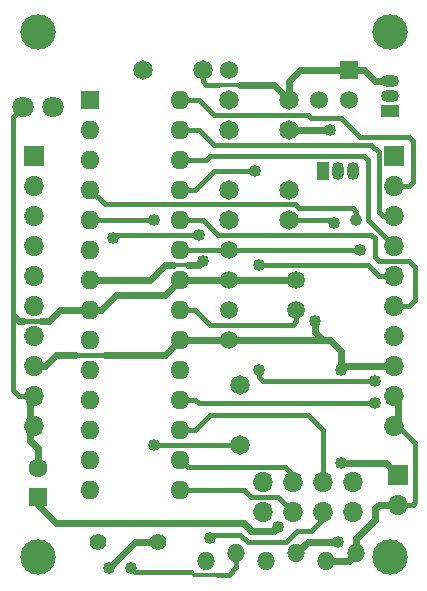
<source format=gbr>
%TF.GenerationSoftware,KiCad,Pcbnew,(5.1.6)-1*%
%TF.CreationDate,2022-03-13T12:34:37-03:00*%
%TF.ProjectId,nRF24L01_Arduino_v2,6e524632-344c-4303-915f-41726475696e,rev?*%
%TF.SameCoordinates,Original*%
%TF.FileFunction,Copper,L2,Bot*%
%TF.FilePolarity,Positive*%
%FSLAX46Y46*%
G04 Gerber Fmt 4.6, Leading zero omitted, Abs format (unit mm)*
G04 Created by KiCad (PCBNEW (5.1.6)-1) date 2022-03-13 12:34:37*
%MOMM*%
%LPD*%
G01*
G04 APERTURE LIST*
%TA.AperFunction,ComponentPad*%
%ADD10O,1.050000X1.500000*%
%TD*%
%TA.AperFunction,ComponentPad*%
%ADD11R,1.050000X1.500000*%
%TD*%
%TA.AperFunction,ComponentPad*%
%ADD12O,1.500000X1.050000*%
%TD*%
%TA.AperFunction,ComponentPad*%
%ADD13R,1.500000X1.050000*%
%TD*%
%TA.AperFunction,ComponentPad*%
%ADD14R,1.700000X1.700000*%
%TD*%
%TA.AperFunction,ComponentPad*%
%ADD15O,1.700000X1.700000*%
%TD*%
%TA.AperFunction,ComponentPad*%
%ADD16C,1.651000*%
%TD*%
%TA.AperFunction,ComponentPad*%
%ADD17R,1.600000X1.600000*%
%TD*%
%TA.AperFunction,ComponentPad*%
%ADD18O,1.600000X1.600000*%
%TD*%
%TA.AperFunction,ComponentPad*%
%ADD19C,1.500000*%
%TD*%
%TA.AperFunction,ComponentPad*%
%ADD20R,1.524000X1.524000*%
%TD*%
%TA.AperFunction,ComponentPad*%
%ADD21C,1.524000*%
%TD*%
%TA.AperFunction,ComponentPad*%
%ADD22C,3.000000*%
%TD*%
%TA.AperFunction,ComponentPad*%
%ADD23C,1.600000*%
%TD*%
%TA.AperFunction,ComponentPad*%
%ADD24C,1.800000*%
%TD*%
%TA.AperFunction,ComponentPad*%
%ADD25O,1.524000X1.524000*%
%TD*%
%TA.AperFunction,ComponentPad*%
%ADD26C,1.422400*%
%TD*%
%TA.AperFunction,ViaPad*%
%ADD27C,1.016000*%
%TD*%
%TA.AperFunction,Conductor*%
%ADD28C,0.609600*%
%TD*%
%TA.AperFunction,Conductor*%
%ADD29C,0.406400*%
%TD*%
%TA.AperFunction,Conductor*%
%ADD30C,0.304800*%
%TD*%
G04 APERTURE END LIST*
D10*
%TO.P,Q1,2*%
%TO.N,Net-(Q1-Pad2)*%
X132715000Y-109220000D03*
%TO.P,Q1,3*%
%TO.N,GND*%
X133985000Y-109220000D03*
D11*
%TO.P,Q1,1*%
%TO.N,/Out_Rele*%
X131445000Y-109220000D03*
%TD*%
D12*
%TO.P,CI3,2*%
%TO.N,/PD3*%
X137160000Y-102870000D03*
%TO.P,CI3,3*%
%TO.N,+5V*%
X137160000Y-101600000D03*
D13*
%TO.P,CI3,1*%
%TO.N,GND*%
X137160000Y-104140000D03*
%TD*%
D14*
%TO.P,P3,1*%
%TO.N,/Out_Rele*%
X137477500Y-107950000D03*
D15*
%TO.P,P3,2*%
%TO.N,/PC5*%
X137477500Y-110490000D03*
%TO.P,P3,3*%
%TO.N,/PC4*%
X137477500Y-113030000D03*
%TO.P,P3,4*%
%TO.N,/PC3*%
X137477500Y-115570000D03*
%TO.P,P3,5*%
%TO.N,/PC2*%
X137477500Y-118110000D03*
%TO.P,P3,6*%
%TO.N,/PC1*%
X137477500Y-120650000D03*
%TO.P,P3,7*%
%TO.N,/PC0*%
X137477500Y-123190000D03*
%TO.P,P3,8*%
%TO.N,+5V*%
X137477500Y-125730000D03*
%TO.P,P3,9*%
%TO.N,GND*%
X137477500Y-128270000D03*
%TO.P,P3,10*%
X137477500Y-130810000D03*
%TD*%
D16*
%TO.P,R5,2*%
%TO.N,Net-(JP1-Pad1)*%
X116205000Y-100647500D03*
%TO.P,R5,1*%
%TO.N,+5V*%
X121285000Y-100647500D03*
%TD*%
D17*
%TO.P,CI1,1*%
%TO.N,/~RST*%
X111760000Y-103187500D03*
D18*
%TO.P,CI1,15*%
%TO.N,/PB1*%
X119380000Y-136207500D03*
%TO.P,CI1,2*%
%TO.N,/RXD.Brd*%
X111760000Y-105727500D03*
%TO.P,CI1,16*%
%TO.N,/PB2*%
X119380000Y-133667500D03*
%TO.P,CI1,3*%
%TO.N,/TXD.Brd*%
X111760000Y-108267500D03*
%TO.P,CI1,17*%
%TO.N,/PB3*%
X119380000Y-131127500D03*
%TO.P,CI1,4*%
%TO.N,/PD2*%
X111760000Y-110807500D03*
%TO.P,CI1,18*%
%TO.N,/PB4*%
X119380000Y-128587500D03*
%TO.P,CI1,5*%
%TO.N,/PD3*%
X111760000Y-113347500D03*
%TO.P,CI1,19*%
%TO.N,/PB5*%
X119380000Y-126047500D03*
%TO.P,CI1,6*%
%TO.N,/PD4*%
X111760000Y-115887500D03*
%TO.P,CI1,20*%
%TO.N,+5V*%
X119380000Y-123507500D03*
%TO.P,CI1,7*%
X111760000Y-118427500D03*
%TO.P,CI1,21*%
%TO.N,Net-(C2-Pad1)*%
X119380000Y-120967500D03*
%TO.P,CI1,8*%
%TO.N,GND*%
X111760000Y-120967500D03*
%TO.P,CI1,22*%
X119380000Y-118427500D03*
%TO.P,CI1,9*%
%TO.N,/OSC1*%
X111760000Y-123507500D03*
%TO.P,CI1,23*%
%TO.N,/PC0*%
X119380000Y-115887500D03*
%TO.P,CI1,10*%
%TO.N,/OSC2*%
X111760000Y-126047500D03*
%TO.P,CI1,24*%
%TO.N,/PC1*%
X119380000Y-113347500D03*
%TO.P,CI1,11*%
%TO.N,/PD5*%
X111760000Y-128587500D03*
%TO.P,CI1,25*%
%TO.N,/PC2*%
X119380000Y-110807500D03*
%TO.P,CI1,12*%
%TO.N,/PD6*%
X111760000Y-131127500D03*
%TO.P,CI1,26*%
%TO.N,/PC3*%
X119380000Y-108267500D03*
%TO.P,CI1,13*%
%TO.N,/PD7*%
X111760000Y-133667500D03*
%TO.P,CI1,27*%
%TO.N,/PC4*%
X119380000Y-105727500D03*
%TO.P,CI1,14*%
%TO.N,/PB0*%
X111760000Y-136207500D03*
%TO.P,CI1,28*%
%TO.N,/PC5*%
X119380000Y-103187500D03*
%TD*%
D19*
%TO.P,C2,1*%
%TO.N,Net-(C2-Pad1)*%
X129222500Y-120967500D03*
%TO.P,C2,2*%
%TO.N,GND*%
X129222500Y-118427500D03*
%TD*%
D20*
%TO.P,D1,2*%
%TO.N,+5V*%
X133667500Y-100647500D03*
D21*
%TO.P,D1,1*%
%TO.N,/~RST*%
X123507500Y-100647500D03*
%TD*%
D19*
%TO.P,C7,1*%
%TO.N,/PC0*%
X123507500Y-115887500D03*
%TO.P,C7,2*%
%TO.N,GND*%
X123507500Y-118427500D03*
%TD*%
D22*
%TO.P,J4,1*%
%TO.N,Net-(J4-Pad1)*%
X137160000Y-141922500D03*
%TD*%
%TO.P,J5,1*%
%TO.N,Net-(J5-Pad1)*%
X107315000Y-97472500D03*
%TD*%
%TO.P,J6,1*%
%TO.N,Net-(J6-Pad1)*%
X137160000Y-97472500D03*
%TD*%
%TO.P,J3,1*%
%TO.N,Net-(J3-Pad1)*%
X107315000Y-141922500D03*
%TD*%
D19*
%TO.P,C5,1*%
%TO.N,+5V*%
X123507500Y-123507500D03*
%TO.P,C5,2*%
%TO.N,GND*%
X123507500Y-120967500D03*
%TD*%
D23*
%TO.P,C6,2*%
%TO.N,GND*%
X107315000Y-134342500D03*
D17*
%TO.P,C6,1*%
%TO.N,+3.3V*%
X107315000Y-136842500D03*
%TD*%
D19*
%TO.P,C8,2*%
%TO.N,GND*%
X133667500Y-103187500D03*
%TO.P,C8,1*%
%TO.N,/~RST*%
X131127500Y-103187500D03*
%TD*%
D24*
%TO.P,LD1,2*%
%TO.N,Net-(JP1-Pad1)*%
X108585000Y-103822500D03*
%TO.P,LD1,1*%
%TO.N,GND*%
X106045000Y-103822500D03*
%TD*%
D15*
%TO.P,Mod1,1*%
%TO.N,GND*%
X126365000Y-138112500D03*
%TO.P,Mod1,2*%
%TO.N,+3.3V*%
X126365000Y-135572500D03*
%TO.P,Mod1,3*%
%TO.N,/PB1*%
X128905000Y-138112500D03*
%TO.P,Mod1,4*%
%TO.N,/PB2*%
X128905000Y-135572500D03*
%TO.P,Mod1,5*%
%TO.N,/PB5*%
X131445000Y-138112500D03*
%TO.P,Mod1,6*%
%TO.N,/PB3*%
X131445000Y-135572500D03*
%TO.P,Mod1,7*%
%TO.N,/PB4*%
X133985000Y-138112500D03*
%TO.P,Mod1,8*%
%TO.N,/PD2*%
X133985000Y-135572500D03*
%TD*%
D25*
%TO.P,P1,1*%
%TO.N,/~RST*%
X121602500Y-142240000D03*
%TO.P,P1,2*%
%TO.N,/TXD.Brd*%
X124142500Y-141605000D03*
%TO.P,P1,3*%
%TO.N,/RXD.Brd*%
X126682500Y-142240000D03*
%TO.P,P1,4*%
%TO.N,+5V*%
X129222500Y-141605000D03*
%TO.P,P1,5*%
%TO.N,GND*%
X131762500Y-142240000D03*
%TO.P,P1,6*%
X134302500Y-141605000D03*
%TD*%
D15*
%TO.P,P2,10*%
%TO.N,GND*%
X106997500Y-130810000D03*
%TO.P,P2,9*%
X106997500Y-128270000D03*
%TO.P,P2,8*%
%TO.N,+5V*%
X106997500Y-125730000D03*
%TO.P,P2,7*%
%TO.N,+3.3V*%
X106997500Y-123190000D03*
%TO.P,P2,6*%
%TO.N,/PB0*%
X106997500Y-120650000D03*
%TO.P,P2,5*%
%TO.N,/PD7*%
X106997500Y-118110000D03*
%TO.P,P2,4*%
%TO.N,/PD6*%
X106997500Y-115570000D03*
%TO.P,P2,3*%
%TO.N,/PD5*%
X106997500Y-113030000D03*
%TO.P,P2,2*%
%TO.N,/PD4*%
X106997500Y-110490000D03*
D14*
%TO.P,P2,1*%
%TO.N,/PD3*%
X106997500Y-107950000D03*
%TD*%
%TO.P,P4,1*%
%TO.N,+5V*%
X137795000Y-134937500D03*
D15*
%TO.P,P4,2*%
%TO.N,GND*%
X137795000Y-137477500D03*
%TD*%
D16*
%TO.P,R4,1*%
%TO.N,+5V*%
X128587500Y-110807500D03*
%TO.P,R4,2*%
%TO.N,/PC0*%
X123507500Y-110807500D03*
%TD*%
%TO.P,R6,2*%
%TO.N,/~RST*%
X123507500Y-103187500D03*
%TO.P,R6,1*%
%TO.N,+5V*%
X128587500Y-103187500D03*
%TD*%
%TO.P,R7,1*%
%TO.N,/PC0*%
X123507500Y-105727500D03*
%TO.P,R7,2*%
%TO.N,GND*%
X128587500Y-105727500D03*
%TD*%
%TO.P,R8,1*%
%TO.N,Net-(Q1-Pad2)*%
X128587500Y-113347500D03*
%TO.P,R8,2*%
%TO.N,/PD4*%
X123507500Y-113347500D03*
%TD*%
D26*
%TO.P,X1,1*%
%TO.N,/OSC1*%
X117475000Y-140652500D03*
%TO.P,X1,2*%
%TO.N,/OSC2*%
X112395000Y-140652500D03*
%TD*%
D16*
%TO.P,R9,1*%
%TO.N,+5V*%
X124460000Y-127317500D03*
%TO.P,R9,2*%
%TO.N,/PD3*%
X124460000Y-132397500D03*
%TD*%
D27*
%TO.N,GND*%
X132080000Y-105727500D03*
%TO.N,+3.3V*%
X127635000Y-139382500D03*
%TO.N,+5V*%
X133032500Y-126047500D03*
X133032500Y-133985000D03*
X132715000Y-140652500D03*
X130810000Y-121920000D03*
X121285000Y-116840000D03*
%TO.N,/PC0*%
X134620000Y-115887500D03*
%TO.N,/TXD.Brd*%
X115252500Y-142875000D03*
%TO.N,/PD2*%
X134302500Y-113347500D03*
%TO.N,/PB4*%
X135890000Y-128905000D03*
%TO.N,/PD3*%
X117157500Y-132397500D03*
X117157500Y-113347500D03*
X126047500Y-126047500D03*
X135890000Y-127000000D03*
%TO.N,/PB5*%
X121920000Y-140335000D03*
%TO.N,/PD4*%
X113665000Y-114935000D03*
X120967500Y-114617500D03*
%TO.N,/OSC1*%
X113347500Y-142875000D03*
%TO.N,/PC2*%
X125730000Y-109220000D03*
X126047500Y-117157500D03*
%TO.N,Net-(Q1-Pad2)*%
X132397500Y-113665000D03*
%TD*%
D28*
%TO.N,GND*%
X137795000Y-128270000D02*
X137795000Y-130810000D01*
D29*
X137795000Y-130810000D02*
X139271790Y-132286790D01*
X139271790Y-132286790D02*
X139271790Y-137270710D01*
X139065000Y-137477500D02*
X137795000Y-137477500D01*
X139271790Y-137270710D02*
X139065000Y-137477500D01*
D28*
X119380000Y-118427500D02*
X129222500Y-118427500D01*
X118110000Y-119697500D02*
X119380000Y-118427500D01*
X113982500Y-119697500D02*
X118110000Y-119697500D01*
X111760000Y-120967500D02*
X112712500Y-120967500D01*
X112712500Y-120967500D02*
X113982500Y-119697500D01*
X106680000Y-128270000D02*
X106680000Y-130810000D01*
X107315000Y-134342500D02*
X107315000Y-132715000D01*
X107315000Y-132715000D02*
X106680000Y-132080000D01*
X106680000Y-132080000D02*
X106680000Y-130810000D01*
X105304810Y-121497310D02*
X105304810Y-121491790D01*
X106045000Y-121920000D02*
X105727500Y-121920000D01*
X105727500Y-121920000D02*
X105304810Y-121497310D01*
D29*
X107632500Y-121920000D02*
X106045000Y-121920000D01*
D28*
X108267500Y-121920000D02*
X107632500Y-121920000D01*
X111760000Y-120967500D02*
X109220000Y-120967500D01*
X109220000Y-120967500D02*
X108267500Y-121920000D01*
X133667500Y-142240000D02*
X134302500Y-141605000D01*
X131762500Y-142240000D02*
X133667500Y-142240000D01*
D29*
X105203210Y-127745710D02*
X105203210Y-104664290D01*
X105203210Y-104664290D02*
X106045000Y-103822500D01*
X106680000Y-128270000D02*
X105727500Y-128270000D01*
X105727500Y-128270000D02*
X105203210Y-127745710D01*
D28*
X132080000Y-105727500D02*
X128587500Y-105727500D01*
X135890000Y-137795000D02*
X136207500Y-137477500D01*
X135890000Y-138747500D02*
X135890000Y-137795000D01*
X134302500Y-141605000D02*
X134302500Y-140335000D01*
X136207500Y-137477500D02*
X137795000Y-137477500D01*
X134302500Y-140335000D02*
X135890000Y-138747500D01*
D29*
%TO.N,Net-(C2-Pad1)*%
X119380000Y-120967500D02*
X120650000Y-120967500D01*
X120650000Y-120967500D02*
X121920000Y-122237500D01*
X121920000Y-122237500D02*
X128905000Y-122237500D01*
X128905000Y-122237500D02*
X129222500Y-121920000D01*
X129222500Y-121920000D02*
X129222500Y-120967500D01*
D28*
%TO.N,+3.3V*%
X107315000Y-137477500D02*
X107315000Y-136842500D01*
X127317500Y-139700000D02*
X125412500Y-139700000D01*
X127635000Y-139382500D02*
X127317500Y-139700000D01*
X125412500Y-139700000D02*
X124777500Y-139065000D01*
X124777500Y-139065000D02*
X108902500Y-139065000D01*
X108902500Y-139065000D02*
X107315000Y-137477500D01*
D29*
%TO.N,+5V*%
X133032500Y-126047500D02*
X133350000Y-125730000D01*
D28*
X133350000Y-125730000D02*
X137795000Y-125730000D01*
X136842500Y-133985000D02*
X137795000Y-134937500D01*
X133032500Y-133985000D02*
X136842500Y-133985000D01*
X129222500Y-141605000D02*
X130175000Y-140652500D01*
X130175000Y-140652500D02*
X132715000Y-140652500D01*
X132715000Y-140652500D02*
X132715000Y-140652500D01*
X119380000Y-123507500D02*
X123507500Y-123507500D01*
X132080000Y-123507500D02*
X133032500Y-124460000D01*
X133032500Y-124460000D02*
X133032500Y-126047500D01*
D30*
X122555000Y-101917500D02*
X124460000Y-101917500D01*
D28*
X127317500Y-101917500D02*
X128587500Y-103187500D01*
X124460000Y-101917500D02*
X127317500Y-101917500D01*
X128587500Y-103187500D02*
X128587500Y-101600000D01*
X128587500Y-101600000D02*
X129540000Y-100647500D01*
X129540000Y-100647500D02*
X133667500Y-100647500D01*
X130810000Y-122872500D02*
X131445000Y-123507500D01*
X130810000Y-121920000D02*
X130810000Y-122872500D01*
X123507500Y-123507500D02*
X131445000Y-123507500D01*
X131445000Y-123507500D02*
X132080000Y-123507500D01*
X106680000Y-125730000D02*
X107950000Y-125730000D01*
X107950000Y-125730000D02*
X108902500Y-124777500D01*
X108902500Y-124777500D02*
X110490000Y-124777500D01*
D29*
X110490000Y-124777500D02*
X113030000Y-124777500D01*
D28*
X118110000Y-124777500D02*
X119380000Y-123507500D01*
X113030000Y-124777500D02*
X118110000Y-124777500D01*
X111760000Y-118427500D02*
X116840000Y-118427500D01*
X116840000Y-118427500D02*
X118110000Y-117157500D01*
X118110000Y-117157500D02*
X118745000Y-117157500D01*
D30*
X118745000Y-117157500D02*
X120015000Y-117157500D01*
D28*
X120015000Y-117157500D02*
X120650000Y-117157500D01*
X120650000Y-117157500D02*
X120967500Y-117157500D01*
X120967500Y-117157500D02*
X121285000Y-116840000D01*
X121285000Y-116840000D02*
X121285000Y-116840000D01*
D29*
X122555000Y-101917500D02*
X121602500Y-101917500D01*
X121602500Y-101917500D02*
X121285000Y-101600000D01*
X121285000Y-101600000D02*
X121285000Y-100647500D01*
D28*
X133667500Y-100647500D02*
X134937500Y-100647500D01*
X134937500Y-100647500D02*
X135890000Y-101600000D01*
X135890000Y-101600000D02*
X137160000Y-101600000D01*
D29*
%TO.N,/PC0*%
X119380000Y-115887500D02*
X123507500Y-115887500D01*
X134620000Y-115887500D02*
X132080000Y-115887500D01*
X132080000Y-115887500D02*
X123507500Y-115887500D01*
%TO.N,/PB1*%
X127635000Y-136842500D02*
X128905000Y-138112500D01*
X119380000Y-136207500D02*
X124777500Y-136207500D01*
X125412500Y-136842500D02*
X127635000Y-136842500D01*
X124777500Y-136207500D02*
X125412500Y-136842500D01*
%TO.N,/PB2*%
X120031799Y-134319299D02*
X119380000Y-133667500D01*
X128286799Y-134319299D02*
X120031799Y-134319299D01*
X129540000Y-135572500D02*
X128286799Y-134319299D01*
%TO.N,/TXD.Brd*%
X124142500Y-141605000D02*
X124142500Y-142764290D01*
X124142500Y-142764290D02*
X123507500Y-143399290D01*
X123507500Y-143399290D02*
X122872500Y-143399290D01*
X122872500Y-143399290D02*
X122555000Y-143399290D01*
D30*
X122348210Y-143399290D02*
X122297410Y-143450090D01*
X122555000Y-143399290D02*
X122348210Y-143399290D01*
X122297410Y-143450090D02*
X120967500Y-143450090D01*
X120967500Y-143450090D02*
X120650000Y-143450090D01*
X120967500Y-143450090D02*
X120590090Y-143450090D01*
X120590090Y-143450090D02*
X120332500Y-143192500D01*
D29*
X120332500Y-143192500D02*
X115570000Y-143192500D01*
X115570000Y-143192500D02*
X115252500Y-142875000D01*
X115252500Y-142875000D02*
X115252500Y-142875000D01*
%TO.N,/PB3*%
X131445000Y-134302500D02*
X131445000Y-135572500D01*
X120650000Y-131127500D02*
X121920000Y-129857500D01*
X130175000Y-129857500D02*
X131445000Y-131127500D01*
X119380000Y-131127500D02*
X120650000Y-131127500D01*
X121920000Y-129857500D02*
X130175000Y-129857500D01*
X131445000Y-131127500D02*
X131445000Y-134302500D01*
%TO.N,/PD2*%
X112988701Y-112036201D02*
X111760000Y-110807500D01*
X134302500Y-112712500D02*
X133985000Y-112395000D01*
X134302500Y-113347500D02*
X134302500Y-112712500D01*
X133985000Y-112395000D02*
X129453478Y-112395000D01*
X129453478Y-112395000D02*
X129094679Y-112036201D01*
X129094679Y-112036201D02*
X112988701Y-112036201D01*
%TO.N,/PB4*%
X135890000Y-128905000D02*
X120967500Y-128905000D01*
X120967500Y-128905000D02*
X120650000Y-128587500D01*
X120650000Y-128587500D02*
X119380000Y-128587500D01*
%TO.N,/PD3*%
X117475000Y-132397500D02*
X117475000Y-132397500D01*
X117157500Y-132397500D02*
X122872500Y-132397500D01*
X122872500Y-132397500D02*
X124460000Y-132397500D01*
X117157500Y-113347500D02*
X111760000Y-113347500D01*
X126047500Y-126047500D02*
X126047500Y-126682500D01*
X126047500Y-126682500D02*
X126365000Y-127000000D01*
X126365000Y-127000000D02*
X135890000Y-127000000D01*
X135890000Y-127000000D02*
X135890000Y-127000000D01*
%TO.N,/PB5*%
X130826799Y-139365701D02*
X132080000Y-138112500D01*
X130492500Y-139700000D02*
X130826799Y-139365701D01*
X129301078Y-139700000D02*
X130492500Y-139700000D01*
X122237500Y-140017500D02*
X124460000Y-140017500D01*
X121920000Y-140335000D02*
X122237500Y-140017500D01*
X124460000Y-140017500D02*
X125095000Y-140652500D01*
X125095000Y-140652500D02*
X128348578Y-140652500D01*
X128348578Y-140652500D02*
X129301078Y-139700000D01*
%TO.N,/PD4*%
X113665000Y-114935000D02*
X113665000Y-114935000D01*
X113982500Y-114617500D02*
X113665000Y-114935000D01*
X120967500Y-114617500D02*
X113982500Y-114617500D01*
D28*
%TO.N,/OSC1*%
X117475000Y-140652500D02*
X115570000Y-140652500D01*
X115570000Y-140652500D02*
X113347500Y-142875000D01*
D29*
X113347500Y-142875000D02*
X113347500Y-142875000D01*
%TO.N,/PC1*%
X138747500Y-120650000D02*
X137795000Y-120650000D01*
X139271790Y-120125710D02*
X138747500Y-120650000D01*
X139271790Y-117364290D02*
X139271790Y-120125710D01*
X138747500Y-116840000D02*
X139271790Y-117364290D01*
X136207500Y-116840000D02*
X138747500Y-116840000D01*
X135890000Y-116522500D02*
X136207500Y-116840000D01*
X121285000Y-113347500D02*
X122555000Y-114617500D01*
X119380000Y-113347500D02*
X121285000Y-113347500D01*
X122555000Y-114617500D02*
X135572500Y-114617500D01*
X135572500Y-114617500D02*
X135890000Y-114935000D01*
X135890000Y-114935000D02*
X135890000Y-116522500D01*
%TO.N,/PC2*%
X119380000Y-110807500D02*
X120650000Y-110807500D01*
X120650000Y-110807500D02*
X122237500Y-109220000D01*
X122237500Y-109220000D02*
X125730000Y-109220000D01*
X125730000Y-109220000D02*
X125730000Y-109220000D01*
X126047500Y-117157500D02*
X135255000Y-117157500D01*
X136207500Y-118110000D02*
X137795000Y-118110000D01*
X135255000Y-117157500D02*
X136207500Y-118110000D01*
%TO.N,/PC3*%
X121602500Y-108267500D02*
X119380000Y-108267500D01*
X135255000Y-113347500D02*
X135255000Y-108267500D01*
X137477500Y-115570000D02*
X135255000Y-113347500D01*
X135255000Y-108267500D02*
X134937500Y-107950000D01*
X134937500Y-107950000D02*
X121920000Y-107950000D01*
X121920000Y-107950000D02*
X121602500Y-108267500D01*
%TO.N,/PC4*%
X136525000Y-113030000D02*
X137795000Y-113030000D01*
X136207500Y-112712500D02*
X136525000Y-113030000D01*
X120967500Y-105727500D02*
X122237500Y-106997500D01*
X136207500Y-107632500D02*
X136207500Y-112712500D01*
X119380000Y-105727500D02*
X120967500Y-105727500D01*
X122237500Y-106997500D02*
X135572500Y-106997500D01*
X135572500Y-106997500D02*
X136207500Y-107632500D01*
%TO.N,/PC5*%
X138747500Y-110490000D02*
X137477500Y-110490000D01*
X139065000Y-110172500D02*
X138747500Y-110490000D01*
X139065000Y-106680000D02*
X139065000Y-110172500D01*
X138747500Y-106362500D02*
X139065000Y-106680000D01*
X134620000Y-106362500D02*
X138747500Y-106362500D01*
X133032500Y-104775000D02*
X134620000Y-106362500D01*
X120967500Y-103187500D02*
X122237500Y-104457500D01*
X119380000Y-103187500D02*
X120967500Y-103187500D01*
X122237500Y-104457500D02*
X130175000Y-104457500D01*
X130175000Y-104457500D02*
X130492500Y-104775000D01*
X130492500Y-104775000D02*
X133032500Y-104775000D01*
%TO.N,Net-(Q1-Pad2)*%
X128587500Y-113347500D02*
X132080000Y-113347500D01*
X132080000Y-113347500D02*
X132397500Y-113665000D01*
X132397500Y-113665000D02*
X132397500Y-113665000D01*
%TD*%
M02*

</source>
